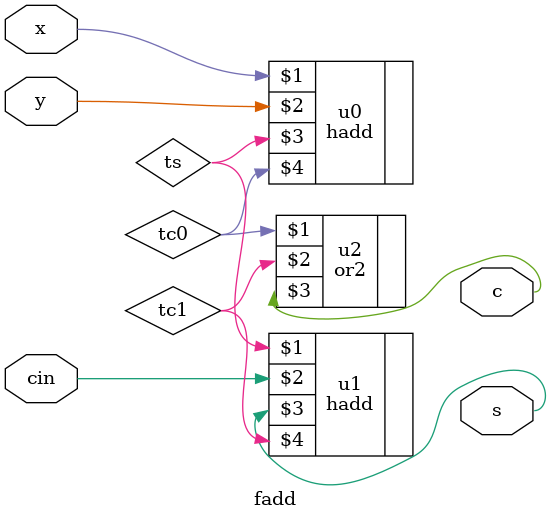
<source format=v>
module fadd(x, y, cin, s, c);
  input x, y, cin;
  output s, c;
  
  wire ts, tc0, tc1;
  
  hadd u0(x, y, ts, tc0);
  hadd u1(ts, cin, s, tc1);
  or2 u2(tc0, tc1, c);
endmodule

</source>
